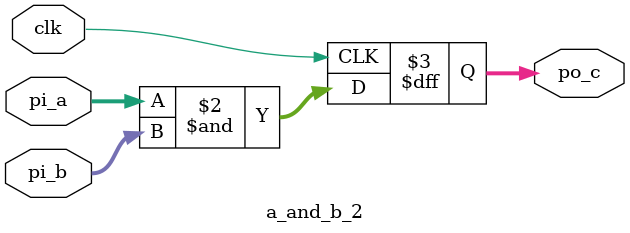
<source format=v>


module a_and_b_2(
	input wire  clk,
	input wire    [7:0] pi_a,
	input wire    [7:0] pi_b,

	output reg    [7:0] po_c
);

//parameter WIDTH = 7;

always @(posedge clk) 
	begin
		po_c <= pi_a & pi_b;
	end

endmodule
</source>
